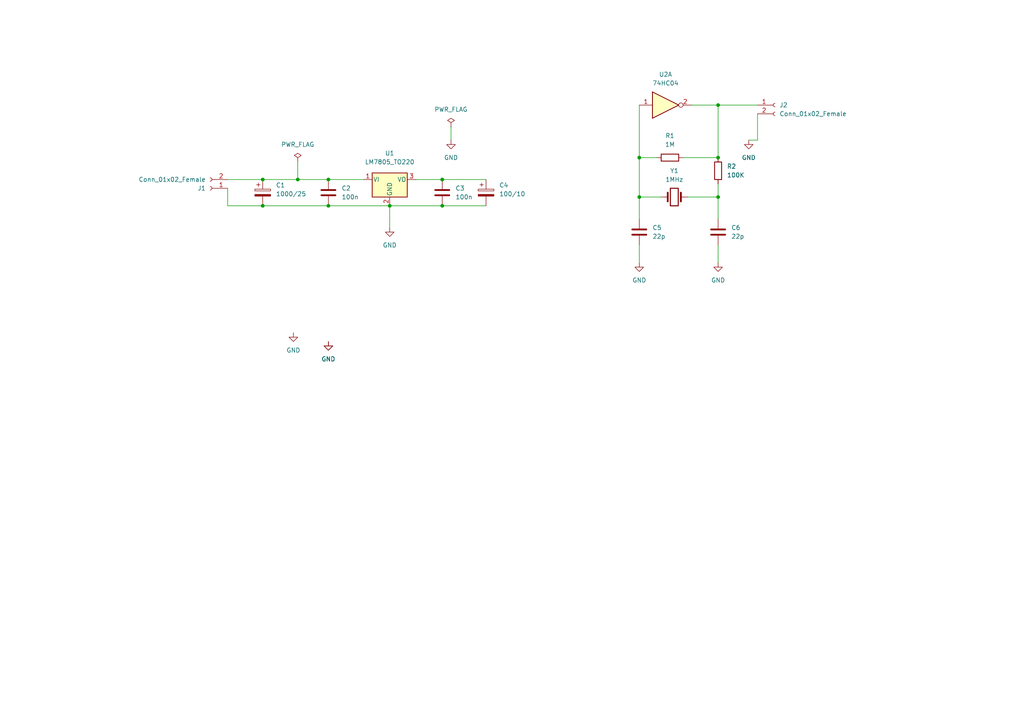
<source format=kicad_sch>
(kicad_sch (version 20211123) (generator eeschema)
  (paper "A4")
  (title_block (title "oscillatore"))
  (lib_symbols
    (symbol "74xx:74HC04"
      (property "Reference" "U" (at 0 1.27 0))
      (property "Value" "74HC04" (at 0 -1.27 0))
      (symbol "74HC04_1_0"
        (polyline (pts (xy -3.81 3.81) (xy -3.81 -3.81) (xy 3.81 0) (xy -3.81 3.81)) (stroke (width 0.254)) (fill (type background)))
        (pin input line (at -7.62 0 0) (length 3.81) (name "~") (number "1"))
        (pin output inverted (at 7.62 0 180) (length 3.81) (name "~") (number "2"))
      )
      (symbol "74HC04_2_0"
        (polyline (pts (xy -3.81 3.81) (xy -3.81 -3.81) (xy 3.81 0) (xy -3.81 3.81)) (stroke (width 0.254)) (fill (type background)))
        (pin input line (at -7.62 0 0) (length 3.81) (name "~") (number "3"))
        (pin output inverted (at 7.62 0 180) (length 3.81) (name "~") (number "4"))
      )
      (symbol "74HC04_3_0"
        (polyline (pts (xy -3.81 3.81) (xy -3.81 -3.81) (xy 3.81 0) (xy -3.81 3.81)) (stroke (width 0.254)) (fill (type background)))
        (pin input line (at -7.62 0 0) (length 3.81) (name "~") (number "5"))
        (pin output inverted (at 7.62 0 180) (length 3.81) (name "~") (number "6"))
      )
      (symbol "74HC04_4_0"
        (polyline (pts (xy -3.81 3.81) (xy -3.81 -3.81) (xy 3.81 0) (xy -3.81 3.81)) (stroke (width 0.254)) (fill (type background)))
        (pin output inverted (at 7.62 0 180) (length 3.81) (name "~") (number "8"))
        (pin input line (at -7.62 0 0) (length 3.81) (name "~") (number "9"))
      )
      (symbol "74HC04_5_0"
        (polyline (pts (xy -3.81 3.81) (xy -3.81 -3.81) (xy 3.81 0) (xy -3.81 3.81)) (stroke (width 0.254)) (fill (type background)))
        (pin output inverted (at 7.62 0 180) (length 3.81) (name "~") (number "10"))
        (pin input line (at -7.62 0 0) (length 3.81) (name "~") (number "11"))
      )
      (symbol "74HC04_6_0"
        (polyline (pts (xy -3.81 3.81) (xy -3.81 -3.81) (xy 3.81 0) (xy -3.81 3.81)) (stroke (width 0.254)) (fill (type background)))
        (pin output inverted (at 7.62 0 180) (length 3.81) (name "~") (number "12"))
        (pin input line (at -7.62 0 0) (length 3.81) (name "~") (number "13"))
      )
      (symbol "74HC04_7_0"
        (pin power_in line (at 0 12.7 270) (length 5.08) (name "VCC") (number "14"))
        (pin power_in line (at 0 -12.7 90) (length 5.08) (name "GND") (number "7"))
      )
      (symbol "74HC04_7_1"
        (rectangle (start -5.08 7.62) (end 5.08 -7.62) (stroke (width 0.254)) (fill (type background)))
      )
    )
    (symbol "Connector:Conn_01x02_Female" (pin_names (offset 1.016) hide)
      (property "Reference" "J" (at 0 2.54 0))
      (property "Value" "Conn_01x02_Female" (at 0 -5.08 0))
      (symbol "Conn_01x02_Female_1_1"
        (arc (start 0 -2.032) (mid -0.508 -2.54) (end 0 -3.048) (stroke (width 0.1524)))
        (polyline (pts (xy -1.27 -2.54) (xy -0.508 -2.54)) (stroke (width 0.1524)))
        (polyline (pts (xy -1.27 0) (xy -0.508 0)) (stroke (width 0.1524)))
        (arc (start 0 0.508) (mid -0.508 0) (end 0 -0.508) (stroke (width 0.1524)))
        (pin passive line (at -5.08 0 0) (length 3.81) (name "Pin_1") (number "1"))
        (pin passive line (at -5.08 -2.54 0) (length 3.81) (name "Pin_2") (number "2"))
      )
    )
    (symbol "Device:C" (pin_numbers hide) (pin_names (offset 0.254))
      (property "Reference" "C" (at 0.635 2.54 0))
      (property "Value" "C" (at 0.635 -2.54 0))
      (symbol "C_0_1"
        (polyline (pts (xy -2.032 -0.762) (xy 2.032 -0.762)) (stroke (width 0.508)))
        (polyline (pts (xy -2.032 0.762) (xy 2.032 0.762)) (stroke (width 0.508)))
      )
      (symbol "C_1_1"
        (pin passive line (at 0 3.81 270) (length 2.794) (name "~") (number "1"))
        (pin passive line (at 0 -3.81 90) (length 2.794) (name "~") (number "2"))
      )
    )
    (symbol "Device:C_Polarized" (pin_numbers hide) (pin_names (offset 0.254))
      (property "Reference" "C" (at 0.635 2.54 0))
      (property "Value" "C_Polarized" (at 0.635 -2.54 0))
      (symbol "C_Polarized_0_1"
        (rectangle (start -2.286 0.508) (end 2.286 1.016))
        (polyline (pts (xy -1.778 2.286) (xy -0.762 2.286)))
        (polyline (pts (xy -1.27 2.794) (xy -1.27 1.778)))
        (rectangle (start 2.286 -0.508) (end -2.286 -1.016) (fill (type outline)))
      )
      (symbol "C_Polarized_1_1"
        (pin passive line (at 0 3.81 270) (length 2.794) (name "~") (number "1"))
        (pin passive line (at 0 -3.81 90) (length 2.794) (name "~") (number "2"))
      )
    )
    (symbol "Device:Crystal" (pin_numbers hide) (pin_names (offset 1.016) hide)
      (property "Reference" "Y" (at 0 3.81 0))
      (property "Value" "Crystal" (at 0 -3.81 0))
      (symbol "Crystal_0_1"
        (rectangle (start -1.143 2.54) (end 1.143 -2.54) (stroke (width 0.3048)))
        (polyline (pts (xy -2.54 0) (xy -1.905 0)))
        (polyline (pts (xy -1.905 -1.27) (xy -1.905 1.27)) (stroke (width 0.508)))
        (polyline (pts (xy 1.905 -1.27) (xy 1.905 1.27)) (stroke (width 0.508)))
        (polyline (pts (xy 2.54 0) (xy 1.905 0)))
      )
      (symbol "Crystal_1_1"
        (pin passive line (at -3.81 0 0) (length 1.27) (name "1") (number "1"))
        (pin passive line (at 3.81 0 180) (length 1.27) (name "2") (number "2"))
      )
    )
    (symbol "Device:R" (pin_numbers hide) (pin_names (offset 0))
      (property "Reference" "R" (at 2.032 0 90))
      (property "Value" "R" (at 0 0 90))
      (symbol "R_0_1"
        (rectangle (start -1.016 -2.54) (end 1.016 2.54) (stroke (width 0.254)))
      )
      (symbol "R_1_1"
        (pin passive line (at 0 3.81 270) (length 1.27) (name "~") (number "1"))
        (pin passive line (at 0 -3.81 90) (length 1.27) (name "~") (number "2"))
      )
    )
    (symbol "Regulator_Linear:LM7805_TO220" (pin_names (offset 0.254))
      (property "Reference" "U" (at -3.81 3.175 0))
      (property "Value" "LM7805_TO220" (at 0 3.175 0))
      (symbol "LM7805_TO220_0_1"
        (rectangle (start -5.08 1.905) (end 5.08 -5.08) (stroke (width 0.254)) (fill (type background)))
      )
      (symbol "LM7805_TO220_1_1"
        (pin power_in line (at -7.62 0 0) (length 2.54) (name "VI") (number "1"))
        (pin power_in line (at 0 -7.62 90) (length 2.54) (name "GND") (number "2"))
        (pin power_out line (at 7.62 0 180) (length 2.54) (name "VO") (number "3"))
      )
    )
    (symbol "power:GND" (power) (pin_names (offset 0))
      (property "Value" "GND" (at 0 -3.81 0))
      (symbol "GND_0_1"
        (polyline (pts (xy 0 0) (xy 0 -1.27) (xy 1.27 -1.27) (xy 0 -2.54) (xy -1.27 -1.27) (xy 0 -1.27)))
      )
      (symbol "GND_1_1"
        (pin power_in line (at 0 0 270) (length 0) hide (name "GND") (number "1"))
      )
    )
    (symbol "power:PWR_FLAG" (power) (pin_numbers hide) (pin_names (offset 0) hide)
      (property "Value" "PWR_FLAG" (at 0 3.81 0))
      (symbol "PWR_FLAG_0_0"
        (pin power_out line (at 0 0 90) (length 0) (name "pwr") (number "1"))
      )
      (symbol "PWR_FLAG_0_1"
        (polyline (pts (xy 0 0) (xy 0 1.27) (xy -1.016 1.905) (xy 0 2.54) (xy 1.016 1.905) (xy 0 1.27)))
      )
    )
  )
  (junction (at 128.27 59.69))
  (junction (at 95.25 52.07))
  (junction (at 208.28 30.48))
  (junction (at 128.27 52.07))
  (junction (at 208.28 45.72))
  (junction (at 76.2 52.07))
  (junction (at 76.2 59.69))
  (junction (at 86.36 52.07))
  (junction (at 208.28 57.15))
  (junction (at 185.42 57.15))
  (junction (at 113.03 59.69))
  (junction (at 95.25 59.69))
  (junction (at 185.42 45.72))
  (wire (pts (xy 66.04 59.69) (xy 76.2 59.69)))
  (wire (pts (xy 76.2 59.69) (xy 95.25 59.69)))
  (wire (pts (xy 208.28 71.12) (xy 208.28 76.2)))
  (wire (pts (xy 113.03 59.69) (xy 113.03 66.04)))
  (wire (pts (xy 199.39 57.15) (xy 208.28 57.15)))
  (wire (pts (xy 208.28 53.34) (xy 208.28 57.15)))
  (wire (pts (xy 185.42 57.15) (xy 191.77 57.15)))
  (wire (pts (xy 95.25 52.07) (xy 105.41 52.07)))
  (wire (pts (xy 185.42 45.72) (xy 185.42 57.15)))
  (wire (pts (xy 185.42 57.15) (xy 185.42 63.5)))
  (wire (pts (xy 120.65 52.07) (xy 128.27 52.07)))
  (wire (pts (xy 200.66 30.48) (xy 208.28 30.48)))
  (wire (pts (xy 219.71 40.64) (xy 217.17 40.64)))
  (wire (pts (xy 130.81 36.83) (xy 130.81 40.64)))
  (wire (pts (xy 113.03 59.69) (xy 128.27 59.69)))
  (wire (pts (xy 95.25 59.69) (xy 113.03 59.69)))
  (wire (pts (xy 208.28 30.48) (xy 219.71 30.48)))
  (wire (pts (xy 86.36 52.07) (xy 95.25 52.07)))
  (wire (pts (xy 185.42 71.12) (xy 185.42 76.2)))
  (wire (pts (xy 208.28 57.15) (xy 208.28 63.5)))
  (wire (pts (xy 208.28 30.48) (xy 208.28 45.72)))
  (wire (pts (xy 128.27 59.69) (xy 140.97 59.69)))
  (wire (pts (xy 86.36 46.99) (xy 86.36 52.07)))
  (wire (pts (xy 219.71 33.02) (xy 219.71 40.64)))
  (wire (pts (xy 198.12 45.72) (xy 208.28 45.72)))
  (wire (pts (xy 76.2 52.07) (xy 86.36 52.07)))
  (wire (pts (xy 185.42 45.72) (xy 190.5 45.72)))
  (wire (pts (xy 66.04 52.07) (xy 76.2 52.07)))
  (wire (pts (xy 128.27 52.07) (xy 140.97 52.07)))
  (wire (pts (xy 66.04 54.61) (xy 66.04 59.69)))
  (wire (pts (xy 185.42 30.48) (xy 185.42 45.72)))
  (symbol (lib_id "power:GND") (at 95.25 99.06 0) (unit 1)
    (property "Reference" "#PWR?" (effects hide))
    (property "Value" "GND" (at 95.25 104.14 0))
  )
  (symbol (lib_id "power:PWR_FLAG") (at 86.36 46.99 0) (unit 1)
    (property "Reference" "#FLG0102" (effects hide))
    (property "Value" "PWR_FLAG" (at 86.36 41.91 0))
  )
  (symbol (lib_id "Regulator_Linear:LM7805_TO220") (at 113.03 52.07 0) (unit 1)
    (property "Reference" "U1" (at 113.03 44.45 0))
    (property "Value" "LM7805_TO220" (at 113.03 46.99 0))
    (property "Footprint" "Package_TO_SOT_THT:TO-220-3_Vertical" (effects hide))
    (property "Datasheet" "https://www.onsemi.cn/PowerSolutions/document/MC7800-D.PDF" (effects hide))
  )
  (symbol (lib_id "Connector:Conn_01x02_Female") (at 60.96 54.61 180) (unit 1)
    (property "Reference" "J1" (at 59.69 54.6101 0) (effects (justify left)))
    (property "Value" "Conn_01x02_Female" (at 59.69 52.0701 0) (effects (justify left)))
    (property "Footprint" "Connector_PinHeader_2.54mm:PinHeader_1x02_P2.54mm_Vertical" (effects hide))
  )
  (symbol (lib_id "power:PWR_FLAG") (at 130.81 36.83 0) (unit 1)
    (property "Reference" "#FLG0101" (effects hide))
    (property "Value" "PWR_FLAG" (at 130.81 31.75 0))
  )
  (symbol (lib_id "power:GND") (at 85.09 96.52 0) (unit 1)
    (property "Reference" "#PWR?" (effects hide))
    (property "Value" "GND" (at 85.09 101.6 0))
  )
  (symbol (lib_id "Device:Crystal") (at 195.58 57.15 0) (unit 1)
    (property "Reference" "Y1" (at 195.58 49.53 0))
    (property "Value" "1MHz" (at 195.58 52.07 0))
    (property "Footprint" "Crystal:Crystal_HC52-6mm_Vertical" (effects hide))
  )
  (symbol (lib_id "Device:C") (at 95.25 55.88 0) (unit 1)
    (property "Reference" "C2" (at 99.06 54.6099 0) (effects (justify left)))
    (property "Value" "100n" (at 99.06 57.1499 0) (effects (justify left)))
    (property "Footprint" "Capacitor_THT:C_Disc_D6.0mm_W2.5mm_P5.00mm" (effects hide))
  )
  (symbol (lib_id "74xx:74HC04") (at 193.04 30.48 0) (unit 1)
    (property "Reference" "U2" (at 193.04 21.59 0))
    (property "Value" "74HC04" (at 193.04 24.13 0))
    (property "Footprint" "Package_SO:TSSOP-14_4.4x5mm_P0.65mm" (effects hide))
    (property "Datasheet" "https://assets.nexperia.com/documents/data-sheet/74HC_HCT04.pdf" (effects hide))
  )
  (symbol (lib_id "Connector:Conn_01x02_Female") (at 224.79 30.48 0) (unit 1)
    (property "Reference" "J2" (at 226.06 30.4799 0) (effects (justify left)))
    (property "Value" "Conn_01x02_Female" (at 226.06 33.0199 0) (effects (justify left)))
    (property "Footprint" "Connector_PinHeader_2.54mm:PinHeader_1x02_P2.54mm_Vertical" (effects hide))
  )
  (symbol (lib_id "Device:C_Polarized") (at 140.97 55.88 0) (unit 1)
    (property "Reference" "C4" (at 144.78 53.7209 0) (effects (justify left)))
    (property "Value" "100/10" (at 144.78 56.2609 0) (effects (justify left)))
    (property "Footprint" "Capacitor_THT:CP_Radial_Tantal_D9.0mm_P5.00mm" (effects hide))
  )
  (symbol (lib_id "power:GND") (at 130.81 40.64 0) (unit 1)
    (property "Reference" "#PWR0101" (effects hide))
    (property "Value" "GND" (at 130.81 45.72 0))
  )
  (symbol (lib_id "power:GND") (at 113.03 66.04 0) (unit 1)
    (property "Reference" "#PWR01" (effects hide))
    (property "Value" "GND" (at 113.03 71.12 0))
  )
  (symbol (lib_id "Device:C") (at 185.42 67.31 0) (unit 1)
    (property "Reference" "C5" (at 189.23 66.0399 0) (effects (justify left)))
    (property "Value" "22p" (at 189.23 68.5799 0) (effects (justify left)))
    (property "Footprint" "Capacitor_THT:C_Disc_D7.5mm_W2.5mm_P5.00mm" (effects hide))
  )
  (symbol (lib_id "Device:R") (at 208.28 49.53 0) (unit 1)
    (property "Reference" "R2" (at 210.82 48.2599 0) (effects (justify left)))
    (property "Value" "100K" (at 210.82 50.7999 0) (effects (justify left)))
    (property "Footprint" "Resistor_THT:R_Axial_DIN0411_L9.9mm_D3.6mm_P20.32mm_Horizontal" (effects hide))
  )
  (symbol (lib_id "Device:C_Polarized") (at 76.2 55.88 0) (unit 1)
    (property "Reference" "C1" (at 80.01 53.7209 0) (effects (justify left)))
    (property "Value" "1000/25" (at 80.01 56.2609 0) (effects (justify left)))
    (property "Footprint" "Capacitor_THT:CP_Radial_Tantal_D9.0mm_P5.00mm" (effects hide))
  )
  (symbol (lib_id "Device:C") (at 208.28 67.31 0) (unit 1)
    (property "Reference" "C6" (at 212.09 66.0399 0) (effects (justify left)))
    (property "Value" "22p" (at 212.09 68.5799 0) (effects (justify left)))
    (property "Footprint" "Capacitor_THT:C_Disc_D7.5mm_W2.5mm_P5.00mm" (effects hide))
  )
  (symbol (lib_id "power:GND") (at 217.17 40.64 0) (unit 1)
    (property "Reference" "#PWR04" (effects hide))
    (property "Value" "GND" (at 217.17 45.72 0))
  )
  (symbol (lib_id "Device:C") (at 128.27 55.88 0) (unit 1)
    (property "Reference" "C3" (at 132.08 54.6099 0) (effects (justify left)))
    (property "Value" "100n" (at 132.08 57.1499 0) (effects (justify left)))
    (property "Footprint" "Capacitor_THT:C_Disc_D6.0mm_W2.5mm_P5.00mm" (effects hide))
  )
  (symbol (lib_id "power:GND") (at 185.42 76.2 0) (unit 1)
    (property "Reference" "#PWR02" (effects hide))
    (property "Value" "GND" (at 185.42 81.28 0))
  )
  (symbol (lib_id "Device:R") (at 194.31 45.72 90) (unit 1)
    (property "Reference" "R1" (at 194.31 39.37 90))
    (property "Value" "1M" (at 194.31 41.91 90))
    (property "Footprint" "Resistor_THT:R_Axial_DIN0411_L9.9mm_D3.6mm_P20.32mm_Horizontal" (effects hide))
  )
  (symbol (lib_id "power:GND") (at 95.25 99.06 0) (unit 1)
    (property "Reference" "#PWR?" (effects hide))
    (property "Value" "GND" (at 95.25 104.14 0))
  )
  (symbol (lib_id "power:GND") (at 208.28 76.2 0) (unit 1)
    (property "Reference" "#PWR03" (effects hide))
    (property "Value" "GND" (at 208.28 81.28 0))
  )
)
</source>
